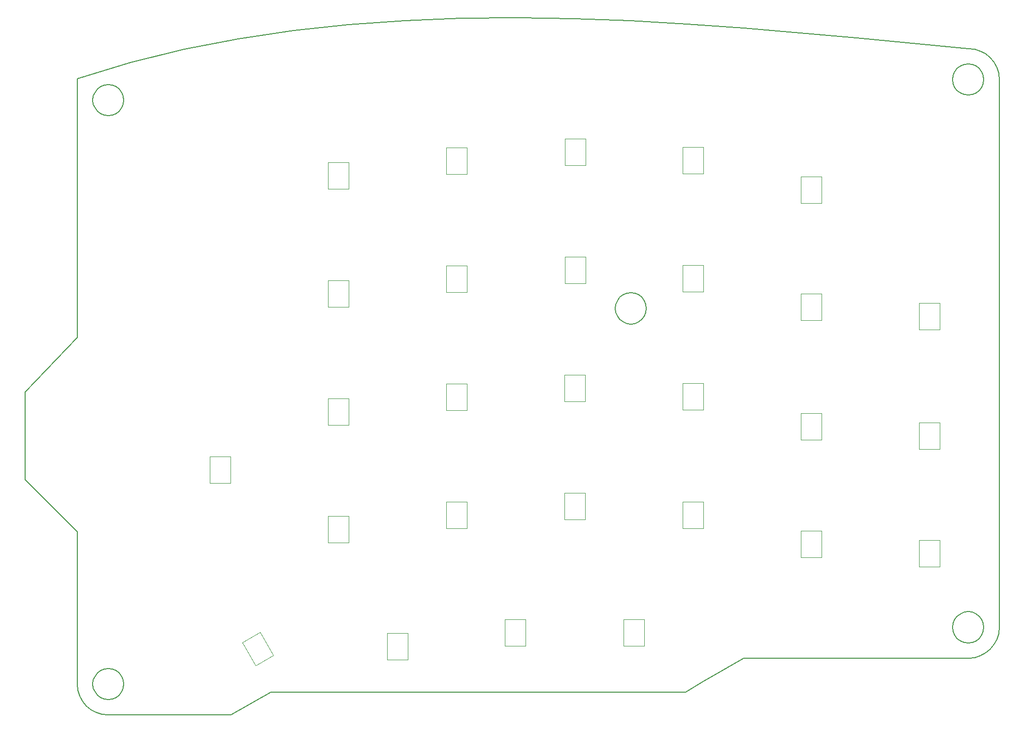
<source format=gbr>
%TF.GenerationSoftware,KiCad,Pcbnew,(5.1.8)-1*%
%TF.CreationDate,2020-12-16T21:53:35-07:00*%
%TF.ProjectId,RGBCakeBoard,52474243-616b-4654-926f-6172642e6b69,rev?*%
%TF.SameCoordinates,Original*%
%TF.FileFunction,Profile,NP*%
%FSLAX46Y46*%
G04 Gerber Fmt 4.6, Leading zero omitted, Abs format (unit mm)*
G04 Created by KiCad (PCBNEW (5.1.8)-1) date 2020-12-16 21:53:35*
%MOMM*%
%LPD*%
G01*
G04 APERTURE LIST*
%TA.AperFunction,Profile*%
%ADD10C,0.050000*%
%TD*%
%TA.AperFunction,Profile*%
%ADD11C,0.200000*%
%TD*%
G04 APERTURE END LIST*
D10*
X102638306Y-148029733D02*
X100352307Y-144070266D01*
X103431894Y-142292267D02*
X105717893Y-146251734D01*
X105717893Y-146251734D02*
X102638306Y-148029733D01*
X100352307Y-144070266D02*
X103431894Y-142292267D01*
D11*
X169060401Y-84668185D02*
X168502054Y-84234777D01*
X169479371Y-85222860D02*
X169060401Y-84668185D01*
X169826800Y-86568500D02*
X169740869Y-85866924D01*
X168502054Y-84234777D02*
X167849504Y-83963166D01*
X169740869Y-85866924D02*
X169479371Y-85222860D01*
X164579731Y-87270076D02*
X164841229Y-87914140D01*
X169479371Y-87914140D02*
X169740869Y-87270076D01*
X164579731Y-85866924D02*
X164493800Y-86568500D01*
X167160300Y-89264371D02*
X167849504Y-89173834D01*
X169826800Y-86568500D02*
X169826800Y-86568500D01*
X168502054Y-88902223D02*
X169060401Y-88468815D01*
X166471096Y-83963166D02*
X165818546Y-84234777D01*
X167160300Y-83872629D02*
X166471096Y-83963166D01*
X167849504Y-89173834D02*
X168502054Y-88902223D01*
X169740869Y-87270076D02*
X169826800Y-86568500D01*
X164841229Y-87914140D02*
X165260199Y-88468815D01*
X165818546Y-84234777D02*
X165260199Y-84668185D01*
X164841229Y-85222860D02*
X164579731Y-85866924D01*
X166471096Y-89173834D02*
X167160300Y-89264371D01*
X167849504Y-83963166D02*
X167160300Y-83872629D01*
X165260199Y-88468815D02*
X165818546Y-88902223D01*
X165818546Y-88902223D02*
X166471096Y-89173834D01*
X164493800Y-86568500D02*
X164579731Y-87270076D01*
X165260199Y-84668185D02*
X164841229Y-85222860D01*
X169060401Y-88468815D02*
X169479371Y-87914140D01*
X63000000Y-101000000D02*
X71994200Y-91567000D01*
X71994200Y-47060100D02*
X71994200Y-91567000D01*
X63000000Y-116000000D02*
X63000000Y-101000000D01*
X71994200Y-125000000D02*
X63000000Y-116000000D01*
X71994200Y-151205200D02*
X71994200Y-125000000D01*
D10*
X145478500Y-140081000D02*
X149034500Y-140081000D01*
X149034500Y-144653000D02*
X145478500Y-144653000D01*
X149034500Y-140081000D02*
X149034500Y-144653000D01*
X145478500Y-144653000D02*
X145478500Y-140081000D01*
X125285500Y-142494000D02*
X128841500Y-142494000D01*
X128841500Y-147066000D02*
X125285500Y-147066000D01*
X128841500Y-142494000D02*
X128841500Y-147066000D01*
X125285500Y-147066000D02*
X125285500Y-142494000D01*
X94742000Y-112077500D02*
X98298000Y-112077500D01*
X98298000Y-116649500D02*
X94742000Y-116649500D01*
X98298000Y-112077500D02*
X98298000Y-116649500D01*
X94742000Y-116649500D02*
X94742000Y-112077500D01*
X115125500Y-122301000D02*
X118681500Y-122301000D01*
X118681500Y-126873000D02*
X115125500Y-126873000D01*
X118681500Y-122301000D02*
X118681500Y-126873000D01*
X115125500Y-126873000D02*
X115125500Y-122301000D01*
X135382000Y-119888000D02*
X138938000Y-119888000D01*
X138938000Y-124460000D02*
X135382000Y-124460000D01*
X138938000Y-119888000D02*
X138938000Y-124460000D01*
X135382000Y-124460000D02*
X135382000Y-119888000D01*
X155765500Y-118364000D02*
X159321500Y-118364000D01*
X159321500Y-122936000D02*
X155765500Y-122936000D01*
X159321500Y-118364000D02*
X159321500Y-122936000D01*
X155765500Y-122936000D02*
X155765500Y-118364000D01*
X165925500Y-140081000D02*
X169481500Y-140081000D01*
X169481500Y-144653000D02*
X165925500Y-144653000D01*
X169481500Y-140081000D02*
X169481500Y-144653000D01*
X165925500Y-144653000D02*
X165925500Y-140081000D01*
X176022000Y-119824500D02*
X179578000Y-119824500D01*
X179578000Y-124396500D02*
X176022000Y-124396500D01*
X179578000Y-119824500D02*
X179578000Y-124396500D01*
X176022000Y-124396500D02*
X176022000Y-119824500D01*
X196405500Y-124841000D02*
X199961500Y-124841000D01*
X199961500Y-129413000D02*
X196405500Y-129413000D01*
X199961500Y-124841000D02*
X199961500Y-129413000D01*
X196405500Y-129413000D02*
X196405500Y-124841000D01*
X216725500Y-126492000D02*
X220281500Y-126492000D01*
X220281500Y-131064000D02*
X216725500Y-131064000D01*
X220281500Y-126492000D02*
X220281500Y-131064000D01*
X216725500Y-131064000D02*
X216725500Y-126492000D01*
X216662000Y-106235500D02*
X220218000Y-106235500D01*
X220218000Y-110807500D02*
X216662000Y-110807500D01*
X220218000Y-106235500D02*
X220218000Y-110807500D01*
X216662000Y-110807500D02*
X216662000Y-106235500D01*
X196405500Y-104584500D02*
X199961500Y-104584500D01*
X199961500Y-109156500D02*
X196405500Y-109156500D01*
X199961500Y-104584500D02*
X199961500Y-109156500D01*
X196405500Y-109156500D02*
X196405500Y-104584500D01*
X176022000Y-99441000D02*
X179578000Y-99441000D01*
X179578000Y-104013000D02*
X176022000Y-104013000D01*
X179578000Y-99441000D02*
X179578000Y-104013000D01*
X176022000Y-104013000D02*
X176022000Y-99441000D01*
X155765500Y-98044000D02*
X159321500Y-98044000D01*
X159321500Y-102616000D02*
X155765500Y-102616000D01*
X159321500Y-98044000D02*
X159321500Y-102616000D01*
X155765500Y-102616000D02*
X155765500Y-98044000D01*
X135382000Y-99504500D02*
X138938000Y-99504500D01*
X138938000Y-104076500D02*
X135382000Y-104076500D01*
X138938000Y-99504500D02*
X138938000Y-104076500D01*
X135382000Y-104076500D02*
X135382000Y-99504500D01*
X115125500Y-102044500D02*
X118681500Y-102044500D01*
X118681500Y-106616500D02*
X115125500Y-106616500D01*
X118681500Y-102044500D02*
X118681500Y-106616500D01*
X115125500Y-106616500D02*
X115125500Y-102044500D01*
X115062000Y-81788000D02*
X118618000Y-81788000D01*
X118618000Y-86360000D02*
X115062000Y-86360000D01*
X118618000Y-81788000D02*
X118618000Y-86360000D01*
X115062000Y-86360000D02*
X115062000Y-81788000D01*
X135382000Y-79248000D02*
X138938000Y-79248000D01*
X138938000Y-83820000D02*
X135382000Y-83820000D01*
X138938000Y-79248000D02*
X138938000Y-83820000D01*
X135382000Y-83820000D02*
X135382000Y-79248000D01*
X155829000Y-77724000D02*
X159385000Y-77724000D01*
X159385000Y-82296000D02*
X155829000Y-82296000D01*
X159385000Y-77724000D02*
X159385000Y-82296000D01*
X155829000Y-82296000D02*
X155829000Y-77724000D01*
X176022000Y-79121000D02*
X179578000Y-79121000D01*
X179578000Y-83693000D02*
X176022000Y-83693000D01*
X179578000Y-79121000D02*
X179578000Y-83693000D01*
X176022000Y-83693000D02*
X176022000Y-79121000D01*
X196405500Y-84074000D02*
X199961500Y-84074000D01*
X199961500Y-88646000D02*
X196405500Y-88646000D01*
X199961500Y-84074000D02*
X199961500Y-88646000D01*
X196405500Y-88646000D02*
X196405500Y-84074000D01*
X216662000Y-85661500D02*
X220218000Y-85661500D01*
X220218000Y-90233500D02*
X216662000Y-90233500D01*
X220218000Y-85661500D02*
X220218000Y-90233500D01*
X216662000Y-90233500D02*
X216662000Y-85661500D01*
X196342000Y-68453000D02*
X196342000Y-63881000D01*
X199898000Y-68453000D02*
X196342000Y-68453000D01*
X196342000Y-63881000D02*
X199898000Y-63881000D01*
X199898000Y-63881000D02*
X199898000Y-68453000D01*
X176022000Y-63373000D02*
X176022000Y-58801000D01*
X179578000Y-63373000D02*
X176022000Y-63373000D01*
X176022000Y-58801000D02*
X179578000Y-58801000D01*
X179578000Y-58801000D02*
X179578000Y-63373000D01*
X155829000Y-61976000D02*
X155829000Y-57404000D01*
X159385000Y-61976000D02*
X155829000Y-61976000D01*
X155829000Y-57404000D02*
X159385000Y-57404000D01*
X159385000Y-57404000D02*
X159385000Y-61976000D01*
X135382000Y-63500000D02*
X135382000Y-58928000D01*
X138938000Y-63500000D02*
X135382000Y-63500000D01*
X135382000Y-58928000D02*
X138938000Y-58928000D01*
X138938000Y-58928000D02*
X138938000Y-63500000D01*
X115062000Y-66040000D02*
X115062000Y-61468000D01*
X118618000Y-66040000D02*
X115062000Y-66040000D01*
X118618000Y-61468000D02*
X118618000Y-66040000D01*
X115062000Y-61468000D02*
X118618000Y-61468000D01*
D11*
X227467571Y-140106260D02*
X227048601Y-139551585D01*
X227729069Y-140750324D02*
X227467571Y-140106260D01*
X76252657Y-156430141D02*
X77327500Y-156538500D01*
X72905053Y-154187091D02*
X73556296Y-154976404D01*
X222567931Y-47874676D02*
X222829429Y-48518740D01*
X72413325Y-153281156D02*
X72905053Y-154187091D01*
X75251544Y-156119375D02*
X76252657Y-156430141D01*
X225837704Y-49778434D02*
X226490254Y-49506823D01*
X74345609Y-155627648D02*
X75251544Y-156119375D01*
X225148500Y-49868971D02*
X225837704Y-49778434D01*
X223248399Y-49073415D02*
X223806746Y-49506823D01*
X223806746Y-44839377D02*
X223248399Y-45272785D01*
X225837704Y-44567766D02*
X225148500Y-44477229D01*
X226490254Y-49506823D02*
X227048601Y-49073415D01*
X224459296Y-49778434D02*
X225148500Y-49868971D01*
X224459296Y-44567766D02*
X223806746Y-44839377D01*
X222482000Y-47173100D02*
X222567931Y-47874676D01*
X222829429Y-48518740D02*
X223248399Y-49073415D01*
X224459296Y-144057234D02*
X225148500Y-144147771D01*
X223806746Y-143785623D02*
X224459296Y-144057234D01*
X223806746Y-49506823D02*
X224459296Y-49778434D01*
X222567931Y-142153476D02*
X222829429Y-142797540D01*
X227815000Y-141451900D02*
X227729069Y-140750324D01*
X73556296Y-154976404D02*
X74345609Y-155627648D01*
X222567931Y-46471524D02*
X222482000Y-47173100D01*
X222829429Y-45827460D02*
X222567931Y-46471524D01*
X223248399Y-143352215D02*
X223806746Y-143785623D01*
X222829429Y-142797540D02*
X223248399Y-143352215D01*
X227729069Y-47874676D02*
X227815000Y-47173100D01*
X222482000Y-141451900D02*
X222567931Y-142153476D01*
X72102559Y-152280043D02*
X72413325Y-153281156D01*
X223806746Y-139118177D02*
X223248399Y-139551585D01*
X225837704Y-138846566D02*
X225148500Y-138756029D01*
X227815000Y-47173100D02*
X227815000Y-47173100D01*
X223248399Y-45272785D02*
X222829429Y-45827460D01*
X71994200Y-151205200D02*
X72102559Y-152280043D01*
X222567931Y-140750324D02*
X222482000Y-141451900D01*
X222829429Y-140106260D02*
X222567931Y-140750324D01*
X227048601Y-49073415D02*
X227467571Y-48518740D01*
X223248399Y-139551585D02*
X222829429Y-140106260D01*
X224459296Y-138846566D02*
X223806746Y-139118177D01*
X227467571Y-48518740D02*
X227729069Y-47874676D01*
X225148500Y-44477229D02*
X224459296Y-44567766D01*
X227048601Y-139551585D02*
X226490254Y-139118177D01*
X225148500Y-138756029D02*
X224459296Y-138846566D01*
X226490254Y-139118177D02*
X225837704Y-138846566D01*
X230373597Y-46098344D02*
X230062819Y-45097313D01*
X79994200Y-50727100D02*
X79994200Y-50727100D01*
X79639375Y-52063514D02*
X79903476Y-51424333D01*
X78662988Y-53042580D02*
X79219884Y-52613358D01*
X78013312Y-48142758D02*
X77327550Y-48053137D01*
X75015724Y-49390686D02*
X74751624Y-50029867D01*
X75992112Y-53042580D02*
X76641788Y-53311442D01*
X79219884Y-48840842D02*
X78662988Y-48411620D01*
X74660900Y-50727100D02*
X74751624Y-51424333D01*
X79219884Y-52613358D02*
X79639375Y-52063514D01*
X77327550Y-53401063D02*
X78013312Y-53311442D01*
X75435216Y-52613358D02*
X75992112Y-53042580D01*
X79903476Y-51424333D02*
X79994200Y-50727100D01*
X74751624Y-51424333D02*
X75015724Y-52063514D01*
X76641788Y-53311442D02*
X77327550Y-53401063D01*
X75435216Y-48840842D02*
X75015724Y-49390686D01*
X228130650Y-42750993D02*
X227224787Y-42259281D01*
X228919904Y-43402196D02*
X228130650Y-42750993D01*
X75992112Y-48411620D02*
X75435216Y-48840842D01*
X230062819Y-45097313D02*
X229571107Y-44191450D01*
X230482000Y-47173100D02*
X230373597Y-46098344D01*
X75015724Y-52063514D02*
X75435216Y-52613358D01*
X74751624Y-50029867D02*
X74660900Y-50727100D01*
X78013312Y-53311442D02*
X78662988Y-53042580D01*
X76641788Y-48142758D02*
X75992112Y-48411620D01*
X78662988Y-48411620D02*
X78013312Y-48142758D01*
X77327550Y-48053137D02*
X76641788Y-48142758D01*
X229571107Y-44191450D02*
X228919904Y-43402196D01*
X78013312Y-148620858D02*
X77327550Y-148531237D01*
X79219884Y-153091458D02*
X79639375Y-152541614D01*
X76641788Y-153789542D02*
X77327550Y-153879163D01*
X74660900Y-151205200D02*
X74751624Y-151902433D01*
X225149000Y-146785200D02*
X226223797Y-146676789D01*
X75992112Y-148889720D02*
X75435216Y-149318942D01*
X99714865Y-40158882D02*
X90363437Y-41995508D01*
X227048601Y-143352215D02*
X227467571Y-142797540D01*
X76641788Y-148620858D02*
X75992112Y-148889720D01*
X186577000Y-146785200D02*
X225149000Y-146785200D01*
X179651000Y-150785400D02*
X176524000Y-152590600D01*
X117424700Y-152590600D02*
X176524000Y-152590600D01*
X225148500Y-144147771D02*
X225837704Y-144057234D01*
X226490254Y-143785623D02*
X227048601Y-143352215D01*
X81118919Y-44284481D02*
X71994200Y-47060100D01*
X147624650Y-36560475D02*
X137931963Y-36649858D01*
X229571211Y-144433696D02*
X230062905Y-143527783D01*
X176828719Y-37634435D02*
X167085915Y-37087063D01*
X157346930Y-36717643D02*
X147624650Y-36560475D01*
X227224860Y-146365989D02*
X228130745Y-145874243D01*
X225837704Y-144057234D02*
X226490254Y-143785623D01*
X205951182Y-40001270D02*
X186562456Y-38325459D01*
X109160319Y-38740303D02*
X99714865Y-40158882D01*
X90363437Y-41995508D02*
X81118919Y-44284481D01*
X79639375Y-49390686D02*
X79219884Y-48840842D01*
X79994200Y-151205200D02*
X79994200Y-151205200D01*
X227467571Y-142797540D02*
X227729069Y-142153476D01*
X71994200Y-47060100D02*
X71994200Y-47060100D01*
X79639375Y-152541614D02*
X79903476Y-151902433D01*
X78013312Y-153789542D02*
X78662988Y-153520680D01*
X77327550Y-153879163D02*
X78013312Y-153789542D01*
X75015724Y-152541614D02*
X75435216Y-153091458D01*
X118686910Y-37705472D02*
X109160319Y-38740303D01*
X230373649Y-142526703D02*
X230482000Y-141451900D01*
X128281753Y-37020090D02*
X118686910Y-37705472D01*
X79903476Y-150507967D02*
X79639375Y-149868786D01*
X186562456Y-38325459D02*
X176828719Y-37634435D01*
X227815000Y-141451900D02*
X227815000Y-141451900D01*
X75015724Y-149868786D02*
X74751624Y-150507967D01*
X230482000Y-50357100D02*
X230482000Y-47173100D01*
X227729069Y-142153476D02*
X227815000Y-141451900D01*
X78662988Y-148889720D02*
X78013312Y-148620858D01*
X225149000Y-41840100D02*
X205951182Y-40001270D01*
X230062905Y-143527783D02*
X230373649Y-142526703D01*
X75992112Y-153520680D02*
X76641788Y-153789542D01*
X228130745Y-145874243D02*
X228920010Y-145222998D01*
X79639375Y-149868786D02*
X79219884Y-149318942D01*
X137931963Y-36649858D02*
X128281753Y-37020090D01*
X79219884Y-149318942D02*
X78662988Y-148889720D01*
X74751624Y-151902433D02*
X75015724Y-152541614D01*
X74751624Y-150507967D02*
X74660900Y-151205200D01*
X77327550Y-148531237D02*
X76641788Y-148620858D01*
X179651000Y-150785400D02*
X186577000Y-146785200D01*
X75435216Y-153091458D02*
X75992112Y-153520680D01*
X79994200Y-151205200D02*
X79903476Y-150507967D01*
X167085915Y-37087063D02*
X157346930Y-36717643D01*
X226223797Y-146676789D02*
X227224860Y-146365989D01*
X228920010Y-145222998D02*
X229571211Y-144433696D01*
X79903476Y-50029867D02*
X79639375Y-49390686D01*
X79994200Y-50727100D02*
X79903476Y-50029867D01*
X79903476Y-151902433D02*
X79994200Y-151205200D01*
X78662988Y-153520680D02*
X79219884Y-153091458D01*
X75435216Y-149318942D02*
X75015724Y-149868786D01*
X226223756Y-41948503D02*
X225149000Y-41840100D01*
X227224787Y-42259281D02*
X226223756Y-41948503D01*
X230482000Y-141451900D02*
X230482000Y-50357100D01*
X105281000Y-152590600D02*
X98444600Y-156538500D01*
X226490254Y-44839377D02*
X225837704Y-44567766D01*
X227815000Y-47173100D02*
X227729069Y-46471524D01*
X227048601Y-45272785D02*
X226490254Y-44839377D01*
X227467571Y-45827460D02*
X227048601Y-45272785D01*
X227729069Y-46471524D02*
X227467571Y-45827460D01*
X98444600Y-156538500D02*
X77327500Y-156538500D01*
X105281000Y-152590600D02*
X117424700Y-152590600D01*
M02*

</source>
